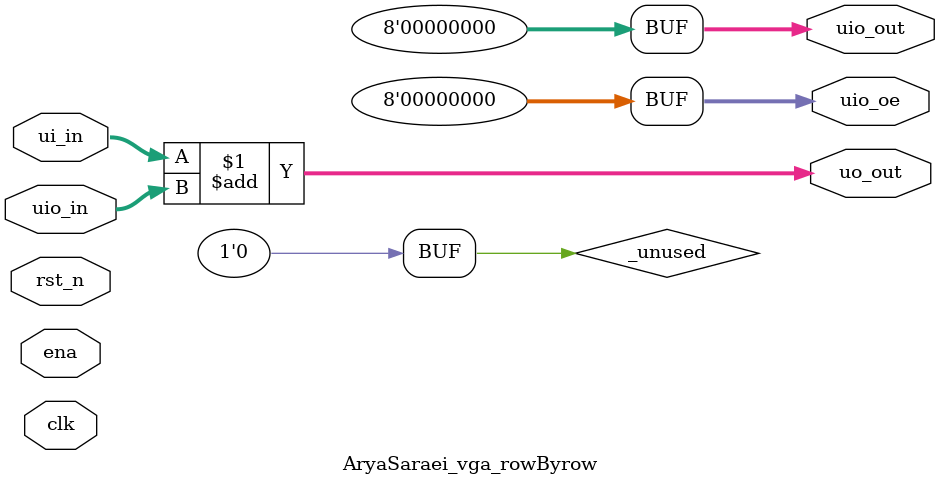
<source format=v>
/*
 * Copyright (c) 2024 Your Name
 * SPDX-License-Identifier: Apache-2.0
 */

`default_nettype none

module AryaSaraei_vga_rowByrow (
    input  wire [7:0] ui_in,    // Dedicated inputs
    output wire [7:0] uo_out,   // Dedicated outputs
    input  wire [7:0] uio_in,   // IOs: Input path
    output wire [7:0] uio_out,  // IOs: Output path
    output wire [7:0] uio_oe,   // IOs: Enable path (active high: 0=input, 1=output)
    input  wire       ena,      // always 1 when the design is powered, so you can ignore it
    input  wire       clk,      // clock
    input  wire       rst_n     // reset_n - low to reset
);

  // All output pins must be assigned. If not used, assign to 0.
  assign uo_out  = ui_in + uio_in;  // Example: ou_out is the sum of ui_in and uio_in
  assign uio_out = 0;
  assign uio_oe  = 0;

  // List all unused inputs to prevent warnings
  wire _unused = &{ena, clk, rst_n, 1'b0};

endmodule

</source>
